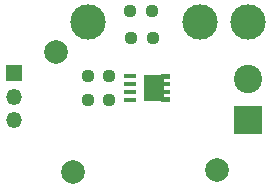
<source format=gbr>
%TF.GenerationSoftware,KiCad,Pcbnew,8.0.6*%
%TF.CreationDate,2024-10-29T20:24:25-04:00*%
%TF.ProjectId,Pyro-Controller,5079726f-2d43-46f6-9e74-726f6c6c6572,rev?*%
%TF.SameCoordinates,Original*%
%TF.FileFunction,Soldermask,Top*%
%TF.FilePolarity,Negative*%
%FSLAX46Y46*%
G04 Gerber Fmt 4.6, Leading zero omitted, Abs format (unit mm)*
G04 Created by KiCad (PCBNEW 8.0.6) date 2024-10-29 20:24:25*
%MOMM*%
%LPD*%
G01*
G04 APERTURE LIST*
G04 Aperture macros list*
%AMRoundRect*
0 Rectangle with rounded corners*
0 $1 Rounding radius*
0 $2 $3 $4 $5 $6 $7 $8 $9 X,Y pos of 4 corners*
0 Add a 4 corners polygon primitive as box body*
4,1,4,$2,$3,$4,$5,$6,$7,$8,$9,$2,$3,0*
0 Add four circle primitives for the rounded corners*
1,1,$1+$1,$2,$3*
1,1,$1+$1,$4,$5*
1,1,$1+$1,$6,$7*
1,1,$1+$1,$8,$9*
0 Add four rect primitives between the rounded corners*
20,1,$1+$1,$2,$3,$4,$5,0*
20,1,$1+$1,$4,$5,$6,$7,0*
20,1,$1+$1,$6,$7,$8,$9,0*
20,1,$1+$1,$8,$9,$2,$3,0*%
%AMFreePoly0*
4,1,21,1.372500,0.787500,0.862500,0.787500,0.862500,0.532500,1.372500,0.532500,1.372500,0.127500,0.862500,0.127500,0.862500,-0.127500,1.372500,-0.127500,1.372500,-0.532500,0.862500,-0.532500,0.862500,-0.787500,1.372500,-0.787500,1.372500,-1.195000,0.612500,-1.195000,0.612500,-1.117500,-0.862500,-1.117500,-0.862500,1.117500,0.612500,1.117500,0.612500,1.195000,1.372500,1.195000,
1.372500,0.787500,1.372500,0.787500,$1*%
G04 Aperture macros list end*
%ADD10C,2.000000*%
%ADD11C,3.000000*%
%ADD12RoundRect,0.237500X0.250000X0.237500X-0.250000X0.237500X-0.250000X-0.237500X0.250000X-0.237500X0*%
%ADD13R,2.400000X2.400000*%
%ADD14C,2.400000*%
%ADD15R,1.350000X1.350000*%
%ADD16O,1.350000X1.350000*%
%ADD17R,0.990000X0.405000*%
%ADD18FreePoly0,0.000000*%
%ADD19RoundRect,0.237500X-0.250000X-0.237500X0.250000X-0.237500X0.250000X0.237500X-0.250000X0.237500X0*%
G04 APERTURE END LIST*
D10*
%TO.C,FID3*%
X42799000Y-37846000D03*
%TD*%
%TO.C,FID2*%
X29210000Y-27813000D03*
%TD*%
%TO.C,FID1*%
X30607000Y-37973000D03*
%TD*%
D11*
%TO.C,TP3*%
X45466000Y-25273000D03*
%TD*%
D12*
%TO.C,R3*%
X37361500Y-26670000D03*
X35536500Y-26670000D03*
%TD*%
D13*
%TO.C,J1*%
X45466000Y-33599000D03*
D14*
X45466000Y-30099000D03*
%TD*%
D11*
%TO.C,TP2*%
X41402000Y-25273000D03*
%TD*%
%TO.C,TP1*%
X31877000Y-25333000D03*
%TD*%
D15*
%TO.C,J2*%
X25654000Y-29623000D03*
D16*
X25654000Y-31623000D03*
X25654000Y-33623000D03*
%TD*%
D12*
%TO.C,R4*%
X37285500Y-24333000D03*
X35460500Y-24333000D03*
%TD*%
D17*
%TO.C,Q1*%
X35433000Y-29897000D03*
X35433000Y-30557000D03*
X35433000Y-31217000D03*
X35433000Y-31877000D03*
D18*
X37425500Y-30887000D03*
%TD*%
D12*
%TO.C,R1*%
X33678500Y-29845000D03*
X31853500Y-29845000D03*
%TD*%
D19*
%TO.C,R2*%
X31853500Y-31877000D03*
X33678500Y-31877000D03*
%TD*%
M02*

</source>
